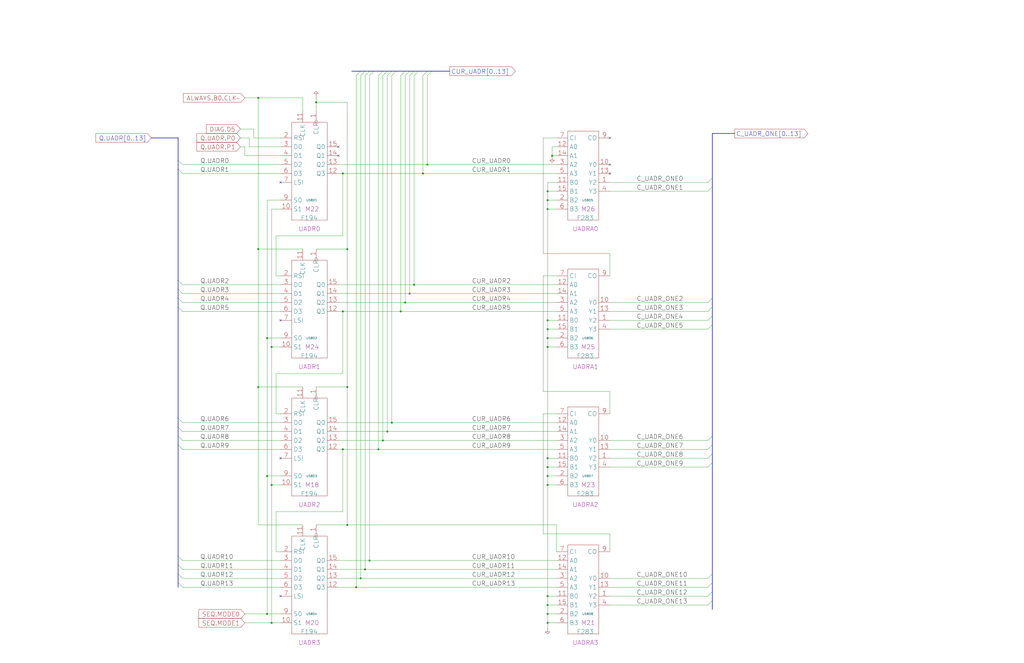
<source format=kicad_sch>
(kicad_sch (version 20250114) (generator "eeschema") (generator_version "9.0")
  (paper "User" 584.2 378.46)
  (title_block (title "CURRENT MACRO ADDRESS") (date "22-MAY-90") (rev "1.0") (comment 1 "SEQUENCER") (comment 2 "232-003064") (comment 3 "S400") (comment 4 "RELEASED"))
  (lib_symbols
    (symbol "r1000:F194" (pin_names (offset 1.016))
      (property "Reference" "U" (at 2.54 5.08 0))
      (property "Value" "F194" (at -3.81 -5.08 0))
      (property "Location" "___" (at -1.27 0 0))
      (property "Name" "______" (at 1.27 -12.7 0))
      (symbol "F194_1_1"
        (rectangle (start -8.89 49.53) (end 11.43 -6.35))
        (circle (center 5.08 50.165) (radius 0.635))
        (pin input line (at -15.24 40.64 0) (length 6.35) (name "RSI") (number "2"))
        (pin input line (at -15.24 35.56 0) (length 6.35) (name "D0") (number "3"))
        (pin input line (at -15.24 30.48 0) (length 6.35) (name "D1") (number "4"))
        (pin input line (at -15.24 25.4 0) (length 6.35) (name "D2") (number "5"))
        (pin input line (at -15.24 20.32 0) (length 6.35) (name "D3") (number "6"))
        (pin input line (at -15.24 15.24 0) (length 6.35) (name "LSI") (number "7"))
        (pin input line (at -15.24 5.08 0) (length 6.35) (name "S0") (number "9"))
        (pin input line (at -15.24 0 0) (length 6.35) (name "S1") (number "10"))
        (pin input line (at -2.54 55.88 270) (length 6.35) (name "CLK") (number "11"))
        (pin input line (at 5.08 55.88 270) (length 5.08) (name "CLR") (number "1"))
        (pin output line (at 17.78 35.56 180) (length 6.35) (name "Q0") (number "15"))
        (pin output line (at 17.78 30.48 180) (length 6.35) (name "Q1") (number "14"))
        (pin output line (at 17.78 25.4 180) (length 6.35) (name "Q2") (number "13"))
        (pin output line (at 17.78 20.32 180) (length 6.35) (name "Q3") (number "12"))
      )
    )
    (symbol "r1000:F283" (pin_names (offset 1.016))
      (property "Reference" "U" (at 2.54 5.08 0))
      (property "Value" "F283" (at -3.81 -5.08 0))
      (property "Location" "___" (at -1.27 0 0))
      (property "Name" "______" (at 1.27 -12.7 0))
      (symbol "F283_1_1"
        (rectangle (start -8.89 44.45) (end 8.89 -6.35))
        (pin input line (at -15.24 40.64 0) (length 6.35) (name "CI") (number "7"))
        (pin input line (at -15.24 35.56 0) (length 6.35) (name "A0") (number "12"))
        (pin input line (at -15.24 30.48 0) (length 6.35) (name "A1") (number "14"))
        (pin input line (at -15.24 25.4 0) (length 6.35) (name "A2") (number "3"))
        (pin input line (at -15.24 20.32 0) (length 6.35) (name "A3") (number "5"))
        (pin input line (at -15.24 15.24 0) (length 6.35) (name "B0") (number "11"))
        (pin input line (at -15.24 10.16 0) (length 6.35) (name "B1") (number "15"))
        (pin input line (at -15.24 5.08 0) (length 6.35) (name "B2") (number "2"))
        (pin input line (at -15.24 0 0) (length 6.35) (name "B3") (number "6"))
        (pin output line (at 15.24 40.64 180) (length 6.35) (name "CO") (number "9"))
        (pin output line (at 15.24 25.4 180) (length 6.35) (name "Y0") (number "10"))
        (pin output line (at 15.24 20.32 180) (length 6.35) (name "Y1") (number "13"))
        (pin output line (at 15.24 15.24 180) (length 6.35) (name "Y2") (number "1"))
        (pin output line (at 15.24 10.16 180) (length 6.35) (name "Y3") (number "4"))
      )
    )
    (symbol "r1000:PD" (power) (pin_numbers (hide yes)) (pin_names (hide yes)) (in_bom no)
      (symbol "PD_0_1"
        (polyline (pts (xy 0 -2.54) (xy 1.27 -2.54) (xy 0 -3.81) (xy -1.27 -2.54) (xy 0 -2.54)) (stroke (width 0.1524)))
      )
      (symbol "PD_1_1"
        (pin power_in line (at 0 0 270) (length 2.54) (name "PD") (number "1"))
      )
    )
    (symbol "r1000:PU" (power) (pin_numbers (hide yes)) (pin_names (hide yes))
      (symbol "PU_0_1"
        (polyline (pts (xy 0 2.54) (xy -1.27 2.54) (xy 0 3.81) (xy 1.27 2.54) (xy 0 2.54)) (stroke (width 0.1524)))
      )
      (symbol "PU_1_1"
        (pin power_in line (at 0 0 90) (length 2.54) (name "PU") (number "1"))
      )
    )
  )
  (junction (at 312.42 261.62))
  (junction (at 152.4 193.04))
  (junction (at 154.94 198.12))
  (junction (at 312.42 119.38))
  (junction (at 312.42 345.44))
  (junction (at 312.42 350.52))
  (junction (at 152.4 271.78))
  (junction (at 203.2 335.28))
  (junction (at 147.32 142.24))
  (junction (at 147.32 55.88))
  (junction (at 152.4 350.52))
  (junction (at 236.22 162.56))
  (junction (at 312.42 266.7))
  (junction (at 312.42 193.04))
  (junction (at 154.94 276.86))
  (junction (at 218.44 251.46))
  (junction (at 195.58 256.54))
  (junction (at 312.42 355.6))
  (junction (at 195.58 99.06))
  (junction (at 314.96 88.9))
  (junction (at 231.14 172.72))
  (junction (at 198.12 142.24))
  (junction (at 312.42 271.78))
  (junction (at 154.94 355.6))
  (junction (at 312.42 114.3))
  (junction (at 312.42 198.12))
  (junction (at 312.42 182.88))
  (junction (at 228.6 177.8))
  (junction (at 215.9 256.54))
  (junction (at 223.52 241.3))
  (junction (at 180.34 58.42))
  (junction (at 210.82 320.04))
  (junction (at 208.28 325.12))
  (junction (at 243.84 93.98))
  (junction (at 312.42 276.86))
  (junction (at 205.74 330.2))
  (junction (at 198.12 299.72))
  (junction (at 241.3 99.06))
  (junction (at 233.68 167.64))
  (junction (at 312.42 109.22))
  (junction (at 220.98 246.38))
  (junction (at 195.58 177.8))
  (junction (at 312.42 187.96))
  (junction (at 147.32 220.98))
  (junction (at 198.12 220.98))
  (junction (at 312.42 340.36))
  (no_connect (at 347.98 78.74))
  (no_connect (at 160.02 340.36))
  (no_connect (at 160.02 261.62))
  (no_connect (at 160.02 182.88))
  (no_connect (at 347.98 93.98))
  (no_connect (at 193.04 88.9))
  (no_connect (at 193.04 83.82))
  (no_connect (at 347.98 99.06))
  (no_connect (at 160.02 104.14))
  (bus_entry (at 231.14 40.64) (size -2.54 2.54))
  (bus_entry (at 406.4 327.66) (size -2.54 2.54))
  (bus_entry (at 233.68 40.64) (size -2.54 2.54))
  (bus_entry (at 406.4 342.9) (size -2.54 2.54))
  (bus_entry (at 101.6 243.84) (size 2.54 2.54))
  (bus_entry (at 101.6 322.58) (size 2.54 2.54))
  (bus_entry (at 218.44 40.64) (size -2.54 2.54))
  (bus_entry (at 101.6 165.1) (size 2.54 2.54))
  (bus_entry (at 406.4 106.68) (size -2.54 2.54))
  (bus_entry (at 236.22 40.64) (size -2.54 2.54))
  (bus_entry (at 406.4 332.74) (size -2.54 2.54))
  (bus_entry (at 406.4 248.92) (size -2.54 2.54))
  (bus_entry (at 226.06 40.64) (size -2.54 2.54))
  (bus_entry (at 101.6 160.02) (size 2.54 2.54))
  (bus_entry (at 406.4 259.08) (size -2.54 2.54))
  (bus_entry (at 220.98 40.64) (size -2.54 2.54))
  (bus_entry (at 101.6 332.74) (size 2.54 2.54))
  (bus_entry (at 223.52 40.64) (size -2.54 2.54))
  (bus_entry (at 101.6 327.66) (size 2.54 2.54))
  (bus_entry (at 406.4 170.18) (size -2.54 2.54))
  (bus_entry (at 213.36 40.64) (size -2.54 2.54))
  (bus_entry (at 406.4 101.6) (size -2.54 2.54))
  (bus_entry (at 101.6 254) (size 2.54 2.54))
  (bus_entry (at 101.6 170.18) (size 2.54 2.54))
  (bus_entry (at 101.6 91.44) (size 2.54 2.54))
  (bus_entry (at 243.84 40.64) (size -2.54 2.54))
  (bus_entry (at 101.6 317.5) (size 2.54 2.54))
  (bus_entry (at 101.6 248.92) (size 2.54 2.54))
  (bus_entry (at 406.4 254) (size -2.54 2.54))
  (bus_entry (at 238.76 40.64) (size -2.54 2.54))
  (bus_entry (at 101.6 238.76) (size 2.54 2.54))
  (bus_entry (at 246.38 40.64) (size -2.54 2.54))
  (bus_entry (at 406.4 264.16) (size -2.54 2.54))
  (bus_entry (at 406.4 175.26) (size -2.54 2.54))
  (bus_entry (at 406.4 337.82) (size -2.54 2.54))
  (bus_entry (at 406.4 180.34) (size -2.54 2.54))
  (bus_entry (at 101.6 96.52) (size 2.54 2.54))
  (bus_entry (at 208.28 40.64) (size -2.54 2.54))
  (bus_entry (at 205.74 40.64) (size -2.54 2.54))
  (bus_entry (at 406.4 185.42) (size -2.54 2.54))
  (bus_entry (at 210.82 40.64) (size -2.54 2.54))
  (bus_entry (at 101.6 175.26) (size 2.54 2.54))
  (wire (pts (xy 157.48 314.96) (xy 160.02 314.96)))
  (bus (pts (xy 213.36 40.64) (xy 218.44 40.64)))
  (wire (pts (xy 312.42 182.88) (xy 312.42 187.96)))
  (wire (pts (xy 233.68 167.64) (xy 317.5 167.64)))
  (bus (pts (xy 406.4 175.26) (xy 406.4 180.34)))
  (wire (pts (xy 193.04 320.04) (xy 210.82 320.04)))
  (wire (pts (xy 210.82 320.04) (xy 317.5 320.04)))
  (wire (pts (xy 195.58 256.54) (xy 195.58 292.1)))
  (wire (pts (xy 157.48 292.1) (xy 157.48 314.96)))
  (bus (pts (xy 231.14 40.64) (xy 233.68 40.64)))
  (wire (pts (xy 104.14 162.56) (xy 160.02 162.56)))
  (wire (pts (xy 193.04 241.3) (xy 223.52 241.3)))
  (bus (pts (xy 101.6 322.58) (xy 101.6 327.66)))
  (wire (pts (xy 231.14 172.72) (xy 317.5 172.72)))
  (bus (pts (xy 101.6 317.5) (xy 101.6 322.58)))
  (bus (pts (xy 86.36 78.74) (xy 101.6 78.74)))
  (wire (pts (xy 154.94 276.86) (xy 154.94 355.6)))
  (wire (pts (xy 147.32 142.24) (xy 172.72 142.24)))
  (wire (pts (xy 231.14 43.18) (xy 231.14 172.72)))
  (wire (pts (xy 312.42 271.78) (xy 317.5 271.78)))
  (wire (pts (xy 312.42 119.38) (xy 317.5 119.38)))
  (wire (pts (xy 347.98 144.78) (xy 347.98 157.48)))
  (bus (pts (xy 238.76 40.64) (xy 243.84 40.64)))
  (wire (pts (xy 215.9 43.18) (xy 215.9 256.54)))
  (wire (pts (xy 347.98 345.44) (xy 403.86 345.44)))
  (wire (pts (xy 147.32 55.88) (xy 147.32 142.24)))
  (bus (pts (xy 101.6 78.74) (xy 101.6 91.44)))
  (bus (pts (xy 406.4 259.08) (xy 406.4 264.16)))
  (wire (pts (xy 157.48 134.62) (xy 157.48 157.48)))
  (wire (pts (xy 312.42 114.3) (xy 317.5 114.3)))
  (wire (pts (xy 137.16 83.82) (xy 139.7 83.82)))
  (bus (pts (xy 101.6 165.1) (xy 101.6 170.18)))
  (wire (pts (xy 104.14 93.98) (xy 160.02 93.98)))
  (wire (pts (xy 309.88 78.74) (xy 309.88 144.78)))
  (wire (pts (xy 223.52 241.3) (xy 317.5 241.3)))
  (bus (pts (xy 101.6 332.74) (xy 101.6 335.28)))
  (wire (pts (xy 157.48 157.48) (xy 160.02 157.48)))
  (wire (pts (xy 347.98 223.52) (xy 309.88 223.52)))
  (wire (pts (xy 180.34 58.42) (xy 198.12 58.42)))
  (wire (pts (xy 154.94 198.12) (xy 160.02 198.12)))
  (wire (pts (xy 312.42 266.7) (xy 317.5 266.7)))
  (wire (pts (xy 347.98 182.88) (xy 403.86 182.88)))
  (wire (pts (xy 180.34 299.72) (xy 198.12 299.72)))
  (wire (pts (xy 309.88 223.52) (xy 309.88 157.48)))
  (wire (pts (xy 205.74 43.18) (xy 205.74 330.2)))
  (bus (pts (xy 243.84 40.64) (xy 246.38 40.64)))
  (wire (pts (xy 195.58 292.1) (xy 157.48 292.1)))
  (wire (pts (xy 312.42 114.3) (xy 312.42 109.22)))
  (bus (pts (xy 101.6 170.18) (xy 101.6 175.26)))
  (bus (pts (xy 210.82 40.64) (xy 213.36 40.64)))
  (bus (pts (xy 218.44 40.64) (xy 220.98 40.64)))
  (wire (pts (xy 137.16 73.66) (xy 144.78 73.66)))
  (wire (pts (xy 193.04 246.38) (xy 220.98 246.38)))
  (wire (pts (xy 317.5 299.72) (xy 317.5 314.96)))
  (wire (pts (xy 142.24 83.82) (xy 160.02 83.82)))
  (wire (pts (xy 347.98 109.22) (xy 403.86 109.22)))
  (bus (pts (xy 220.98 40.64) (xy 223.52 40.64)))
  (wire (pts (xy 172.72 55.88) (xy 172.72 63.5)))
  (wire (pts (xy 160.02 114.3) (xy 152.4 114.3)))
  (bus (pts (xy 101.6 91.44) (xy 101.6 96.52)))
  (wire (pts (xy 152.4 193.04) (xy 152.4 271.78)))
  (wire (pts (xy 104.14 167.64) (xy 160.02 167.64)))
  (wire (pts (xy 147.32 142.24) (xy 147.32 220.98)))
  (wire (pts (xy 233.68 43.18) (xy 233.68 167.64)))
  (wire (pts (xy 317.5 182.88) (xy 312.42 182.88)))
  (wire (pts (xy 193.04 172.72) (xy 231.14 172.72)))
  (wire (pts (xy 198.12 142.24) (xy 180.34 142.24)))
  (wire (pts (xy 193.04 93.98) (xy 243.84 93.98)))
  (wire (pts (xy 205.74 330.2) (xy 317.5 330.2)))
  (wire (pts (xy 147.32 220.98) (xy 147.32 299.72)))
  (wire (pts (xy 104.14 251.46) (xy 160.02 251.46)))
  (wire (pts (xy 312.42 187.96) (xy 317.5 187.96)))
  (bus (pts (xy 208.28 40.64) (xy 210.82 40.64)))
  (wire (pts (xy 104.14 99.06) (xy 160.02 99.06)))
  (wire (pts (xy 243.84 43.18) (xy 243.84 93.98)))
  (wire (pts (xy 317.5 261.62) (xy 312.42 261.62)))
  (bus (pts (xy 406.4 106.68) (xy 406.4 170.18)))
  (bus (pts (xy 406.4 264.16) (xy 406.4 327.66)))
  (bus (pts (xy 101.6 238.76) (xy 101.6 243.84)))
  (bus (pts (xy 205.74 40.64) (xy 208.28 40.64)))
  (wire (pts (xy 104.14 256.54) (xy 160.02 256.54)))
  (wire (pts (xy 241.3 43.18) (xy 241.3 99.06)))
  (wire (pts (xy 193.04 335.28) (xy 203.2 335.28)))
  (wire (pts (xy 312.42 182.88) (xy 312.42 119.38)))
  (wire (pts (xy 347.98 187.96) (xy 403.86 187.96)))
  (wire (pts (xy 228.6 43.18) (xy 228.6 177.8)))
  (wire (pts (xy 243.84 93.98) (xy 317.5 93.98)))
  (wire (pts (xy 198.12 58.42) (xy 198.12 142.24)))
  (wire (pts (xy 193.04 256.54) (xy 195.58 256.54)))
  (wire (pts (xy 152.4 271.78) (xy 152.4 350.52)))
  (wire (pts (xy 139.7 88.9) (xy 160.02 88.9)))
  (wire (pts (xy 160.02 119.38) (xy 154.94 119.38)))
  (bus (pts (xy 406.4 337.82) (xy 406.4 342.9)))
  (wire (pts (xy 236.22 43.18) (xy 236.22 162.56)))
  (wire (pts (xy 195.58 213.36) (xy 157.48 213.36)))
  (bus (pts (xy 406.4 342.9) (xy 406.4 347.98)))
  (bus (pts (xy 101.6 248.92) (xy 101.6 254)))
  (wire (pts (xy 312.42 266.7) (xy 312.42 271.78)))
  (wire (pts (xy 312.42 198.12) (xy 317.5 198.12)))
  (wire (pts (xy 347.98 256.54) (xy 403.86 256.54)))
  (wire (pts (xy 193.04 330.2) (xy 205.74 330.2)))
  (wire (pts (xy 312.42 355.6) (xy 317.5 355.6)))
  (bus (pts (xy 406.4 332.74) (xy 406.4 337.82)))
  (wire (pts (xy 347.98 236.22) (xy 347.98 223.52)))
  (wire (pts (xy 347.98 261.62) (xy 403.86 261.62)))
  (wire (pts (xy 154.94 119.38) (xy 154.94 198.12)))
  (wire (pts (xy 195.58 134.62) (xy 157.48 134.62)))
  (wire (pts (xy 220.98 43.18) (xy 220.98 246.38)))
  (wire (pts (xy 193.04 167.64) (xy 233.68 167.64)))
  (bus (pts (xy 101.6 327.66) (xy 101.6 332.74)))
  (wire (pts (xy 152.4 114.3) (xy 152.4 193.04)))
  (bus (pts (xy 236.22 40.64) (xy 238.76 40.64)))
  (wire (pts (xy 104.14 330.2) (xy 160.02 330.2)))
  (wire (pts (xy 312.42 193.04) (xy 312.42 198.12)))
  (wire (pts (xy 347.98 340.36) (xy 403.86 340.36)))
  (wire (pts (xy 309.88 144.78) (xy 347.98 144.78)))
  (wire (pts (xy 198.12 299.72) (xy 317.5 299.72)))
  (wire (pts (xy 104.14 177.8) (xy 160.02 177.8)))
  (bus (pts (xy 233.68 40.64) (xy 236.22 40.64)))
  (wire (pts (xy 154.94 355.6) (xy 160.02 355.6)))
  (wire (pts (xy 228.6 177.8) (xy 317.5 177.8)))
  (wire (pts (xy 309.88 304.8) (xy 309.88 236.22)))
  (wire (pts (xy 317.5 340.36) (xy 312.42 340.36)))
  (wire (pts (xy 195.58 177.8) (xy 228.6 177.8)))
  (bus (pts (xy 406.4 185.42) (xy 406.4 248.92)))
  (wire (pts (xy 144.78 78.74) (xy 144.78 73.66)))
  (wire (pts (xy 347.98 304.8) (xy 309.88 304.8)))
  (wire (pts (xy 154.94 276.86) (xy 160.02 276.86)))
  (wire (pts (xy 203.2 335.28) (xy 317.5 335.28)))
  (wire (pts (xy 152.4 193.04) (xy 160.02 193.04)))
  (wire (pts (xy 198.12 220.98) (xy 198.12 299.72)))
  (wire (pts (xy 220.98 246.38) (xy 317.5 246.38)))
  (wire (pts (xy 210.82 43.18) (xy 210.82 320.04)))
  (wire (pts (xy 312.42 271.78) (xy 312.42 276.86)))
  (wire (pts (xy 347.98 177.8) (xy 403.86 177.8)))
  (wire (pts (xy 139.7 55.88) (xy 147.32 55.88)))
  (wire (pts (xy 312.42 104.14) (xy 317.5 104.14)))
  (wire (pts (xy 223.52 43.18) (xy 223.52 241.3)))
  (bus (pts (xy 101.6 160.02) (xy 101.6 165.1)))
  (wire (pts (xy 104.14 172.72) (xy 160.02 172.72)))
  (wire (pts (xy 314.96 88.9) (xy 317.5 88.9)))
  (wire (pts (xy 139.7 88.9) (xy 139.7 83.82)))
  (wire (pts (xy 208.28 43.18) (xy 208.28 325.12)))
  (bus (pts (xy 101.6 243.84) (xy 101.6 248.92)))
  (bus (pts (xy 406.4 327.66) (xy 406.4 332.74)))
  (bus (pts (xy 406.4 76.2) (xy 406.4 101.6)))
  (wire (pts (xy 347.98 335.28) (xy 403.86 335.28)))
  (wire (pts (xy 312.42 350.52) (xy 312.42 355.6)))
  (wire (pts (xy 215.9 256.54) (xy 317.5 256.54)))
  (wire (pts (xy 347.98 330.2) (xy 403.86 330.2)))
  (bus (pts (xy 223.52 40.64) (xy 226.06 40.64)))
  (wire (pts (xy 312.42 261.62) (xy 312.42 266.7)))
  (wire (pts (xy 312.42 198.12) (xy 312.42 261.62)))
  (wire (pts (xy 198.12 142.24) (xy 198.12 220.98)))
  (wire (pts (xy 347.98 251.46) (xy 403.86 251.46)))
  (wire (pts (xy 218.44 251.46) (xy 317.5 251.46)))
  (wire (pts (xy 317.5 78.74) (xy 309.88 78.74)))
  (wire (pts (xy 312.42 355.6) (xy 312.42 358.14)))
  (bus (pts (xy 101.6 96.52) (xy 101.6 160.02)))
  (wire (pts (xy 180.34 220.98) (xy 198.12 220.98)))
  (bus (pts (xy 101.6 254) (xy 101.6 317.5)))
  (bus (pts (xy 406.4 248.92) (xy 406.4 254)))
  (wire (pts (xy 157.48 236.22) (xy 160.02 236.22)))
  (wire (pts (xy 312.42 350.52) (xy 317.5 350.52)))
  (wire (pts (xy 347.98 266.7) (xy 403.86 266.7)))
  (wire (pts (xy 218.44 43.18) (xy 218.44 251.46)))
  (wire (pts (xy 180.34 55.88) (xy 180.34 58.42)))
  (wire (pts (xy 312.42 119.38) (xy 312.42 114.3)))
  (wire (pts (xy 309.88 236.22) (xy 317.5 236.22)))
  (wire (pts (xy 312.42 276.86) (xy 312.42 340.36)))
  (wire (pts (xy 347.98 104.14) (xy 403.86 104.14)))
  (wire (pts (xy 208.28 325.12) (xy 317.5 325.12)))
  (bus (pts (xy 406.4 254) (xy 406.4 259.08)))
  (wire (pts (xy 195.58 177.8) (xy 195.58 213.36)))
  (wire (pts (xy 104.14 241.3) (xy 160.02 241.3)))
  (wire (pts (xy 193.04 162.56) (xy 236.22 162.56)))
  (wire (pts (xy 312.42 193.04) (xy 317.5 193.04)))
  (wire (pts (xy 193.04 325.12) (xy 208.28 325.12)))
  (wire (pts (xy 193.04 251.46) (xy 218.44 251.46)))
  (wire (pts (xy 312.42 276.86) (xy 317.5 276.86)))
  (wire (pts (xy 195.58 99.06) (xy 195.58 134.62)))
  (wire (pts (xy 193.04 177.8) (xy 195.58 177.8)))
  (wire (pts (xy 139.7 355.6) (xy 154.94 355.6)))
  (wire (pts (xy 104.14 325.12) (xy 160.02 325.12)))
  (bus (pts (xy 246.38 40.64) (xy 256.54 40.64)))
  (wire (pts (xy 241.3 99.06) (xy 317.5 99.06)))
  (wire (pts (xy 180.34 58.42) (xy 180.34 63.5)))
  (bus (pts (xy 226.06 40.64) (xy 231.14 40.64)))
  (wire (pts (xy 142.24 78.74) (xy 142.24 83.82)))
  (wire (pts (xy 144.78 78.74) (xy 160.02 78.74)))
  (wire (pts (xy 203.2 43.18) (xy 203.2 335.28)))
  (wire (pts (xy 236.22 162.56) (xy 317.5 162.56)))
  (wire (pts (xy 104.14 246.38) (xy 160.02 246.38)))
  (wire (pts (xy 104.14 335.28) (xy 160.02 335.28)))
  (bus (pts (xy 406.4 101.6) (xy 406.4 106.68)))
  (bus (pts (xy 101.6 175.26) (xy 101.6 238.76)))
  (wire (pts (xy 314.96 83.82) (xy 314.96 88.9)))
  (wire (pts (xy 312.42 109.22) (xy 312.42 104.14)))
  (wire (pts (xy 347.98 314.96) (xy 347.98 304.8)))
  (wire (pts (xy 347.98 172.72) (xy 403.86 172.72)))
  (wire (pts (xy 152.4 271.78) (xy 160.02 271.78)))
  (wire (pts (xy 147.32 299.72) (xy 172.72 299.72)))
  (wire (pts (xy 137.16 78.74) (xy 142.24 78.74)))
  (bus (pts (xy 406.4 76.2) (xy 419.1 76.2)))
  (wire (pts (xy 152.4 350.52) (xy 160.02 350.52)))
  (wire (pts (xy 157.48 213.36) (xy 157.48 236.22)))
  (wire (pts (xy 312.42 187.96) (xy 312.42 193.04)))
  (wire (pts (xy 139.7 350.52) (xy 152.4 350.52)))
  (wire (pts (xy 147.32 55.88) (xy 172.72 55.88)))
  (wire (pts (xy 195.58 99.06) (xy 241.3 99.06)))
  (wire (pts (xy 147.32 220.98) (xy 172.72 220.98)))
  (wire (pts (xy 104.14 320.04) (xy 160.02 320.04)))
  (bus (pts (xy 200.66 40.64) (xy 205.74 40.64)))
  (wire (pts (xy 312.42 345.44) (xy 317.5 345.44)))
  (wire (pts (xy 193.04 99.06) (xy 195.58 99.06)))
  (wire (pts (xy 312.42 109.22) (xy 317.5 109.22)))
  (wire (pts (xy 312.42 345.44) (xy 312.42 350.52)))
  (bus (pts (xy 406.4 180.34) (xy 406.4 185.42)))
  (bus (pts (xy 406.4 170.18) (xy 406.4 175.26)))
  (wire (pts (xy 312.42 340.36) (xy 312.42 345.44)))
  (wire (pts (xy 309.88 157.48) (xy 317.5 157.48)))
  (wire (pts (xy 195.58 256.54) (xy 215.9 256.54)))
  (wire (pts (xy 317.5 83.82) (xy 314.96 83.82)))
  (wire (pts (xy 154.94 198.12) (xy 154.94 276.86)))
  (label "C_UADR_ONE2" (at 363.22 172.72 0) (effects (font (size 2.54 2.54))))
  (label "Q.UADR6" (at 114.3 241.3 0) (effects (font (size 2.54 2.54))))
  (label "CUR_UADR3" (at 269.24 167.64 0) (effects (font (size 2.54 2.54))))
  (label "C_UADR_ONE3" (at 363.22 177.8 0) (effects (font (size 2.54 2.54))))
  (label "Q.UADR0" (at 114.3 93.98 0) (effects (font (size 2.54 2.54))))
  (label "C_UADR_ONE7" (at 363.22 256.54 0) (effects (font (size 2.54 2.54))))
  (label "C_UADR_ONE6" (at 363.22 251.46 0) (effects (font (size 2.54 2.54))))
  (label "C_UADR_ONE0" (at 363.22 104.14 0) (effects (font (size 2.54 2.54))))
  (label "CUR_UADR9" (at 269.24 256.54 0) (effects (font (size 2.54 2.54))))
  (label "C_UADR_ONE8" (at 363.22 261.62 0) (effects (font (size 2.54 2.54))))
  (label "C_UADR_ONE4" (at 363.22 182.88 0) (effects (font (size 2.54 2.54))))
  (label "C_UADR_ONE5" (at 363.22 187.96 0) (effects (font (size 2.54 2.54))))
  (label "Q.UADR4" (at 114.3 172.72 0) (effects (font (size 2.54 2.54))))
  (label "CUR_UADR12" (at 269.24 330.2 0) (effects (font (size 2.54 2.54))))
  (label "CUR_UADR5" (at 269.24 177.8 0) (effects (font (size 2.54 2.54))))
  (label "Q.UADR10" (at 114.3 320.04 0) (effects (font (size 2.54 2.54))))
  (label "C_UADR_ONE1" (at 363.22 109.22 0) (effects (font (size 2.54 2.54))))
  (label "CUR_UADR8" (at 269.24 251.46 0) (effects (font (size 2.54 2.54))))
  (label "Q.UADR1" (at 114.3 99.06 0) (effects (font (size 2.54 2.54))))
  (label "CUR_UADR4" (at 269.24 172.72 0) (effects (font (size 2.54 2.54))))
  (label "Q.UADR12" (at 114.3 330.2 0) (effects (font (size 2.54 2.54))))
  (label "CUR_UADR13" (at 269.24 335.28 0) (effects (font (size 2.54 2.54))))
  (label "CUR_UADR11" (at 269.24 325.12 0) (effects (font (size 2.54 2.54))))
  (label "Q.UADR9" (at 114.3 256.54 0) (effects (font (size 2.54 2.54))))
  (label "Q.UADR13" (at 114.3 335.28 0) (effects (font (size 2.54 2.54))))
  (label "CUR_UADR0" (at 269.24 93.98 0) (effects (font (size 2.54 2.54))))
  (label "Q.UADR5" (at 114.3 177.8 0) (effects (font (size 2.54 2.54))))
  (label "CUR_UADR6" (at 269.24 241.3 0) (effects (font (size 2.54 2.54))))
  (label "C_UADR_ONE12" (at 363.22 340.36 0) (effects (font (size 2.54 2.54))))
  (label "C_UADR_ONE9" (at 363.22 266.7 0) (effects (font (size 2.54 2.54))))
  (label "CUR_UADR2" (at 269.24 162.56 0) (effects (font (size 2.54 2.54))))
  (label "Q.UADR3" (at 114.3 167.64 0) (effects (font (size 2.54 2.54))))
  (label "C_UADR_ONE10" (at 363.22 330.2 0) (effects (font (size 2.54 2.54))))
  (label "Q.UADR8" (at 114.3 251.46 0) (effects (font (size 2.54 2.54))))
  (label "CUR_UADR10" (at 269.24 320.04 0) (effects (font (size 2.54 2.54))))
  (label "C_UADR_ONE11" (at 363.22 335.28 0) (effects (font (size 2.54 2.54))))
  (label "Q.UADR11" (at 114.3 325.12 0) (effects (font (size 2.54 2.54))))
  (label "CUR_UADR7" (at 269.24 246.38 0) (effects (font (size 2.54 2.54))))
  (label "C_UADR_ONE13" (at 363.22 345.44 0) (effects (font (size 2.54 2.54))))
  (label "CUR_UADR1" (at 269.24 99.06 0) (effects (font (size 2.54 2.54))))
  (label "Q.UADR2" (at 114.3 162.56 0) (effects (font (size 2.54 2.54))))
  (label "Q.UADR7" (at 114.3 246.38 0) (effects (font (size 2.54 2.54))))
  (global_label "SEQ.MODE0" (shape input) (at 139.7 350.52 180) (effects (font (size 2.54 2.54))) (property "Intersheetrefs" "${INTERSHEET_REFS}" (at 113.4654 350.3613 0) (effects (font (size 1.905 1.905)) (justify right))))
  (global_label "ALWAYS.B0.CLK~" (shape input) (at 139.7 55.88 180) (effects (font (size 2.54 2.54))) (property "Intersheetrefs" "${INTERSHEET_REFS}" (at 104.6359 55.7213 0) (effects (font (size 1.905 1.905)) (justify right))))
  (global_label "Q.UADR.P1" (shape input) (at 137.16 83.82 180) (effects (font (size 2.54 2.54))) (property "Intersheetrefs" "${INTERSHEET_REFS}" (at 112.3769 83.6613 0) (effects (font (size 1.905 1.905)) (justify right))))
  (global_label "C_UADR_ONE[0..13]" (shape output) (at 419.1 76.2 0) (effects (font (size 2.54 2.54))) (property "Intersheetrefs" "${INTERSHEET_REFS}" (at 460.9374 76.0413 0) (effects (font (size 1.905 1.905)) (justify left))))
  (global_label "CUR_UADR[0..13]" (shape output) (at 256.54 40.64 0) (effects (font (size 2.54 2.54))) (property "Intersheetrefs" "${INTERSHEET_REFS}" (at 294.0231 40.4813 0) (effects (font (size 1.905 1.905)) (justify left))))
  (global_label "DIAG.D5" (shape input) (at 137.16 73.66 180) (effects (font (size 2.54 2.54))) (property "Intersheetrefs" "${INTERSHEET_REFS}" (at 117.6988 73.5013 0) (effects (font (size 1.905 1.905)) (justify right))))
  (global_label "Q.UADR[0..13]" (shape input) (at 86.36 78.74 180) (effects (font (size 2.54 2.54))) (property "Intersheetrefs" "${INTERSHEET_REFS}" (at 54.6826 78.5813 0) (effects (font (size 1.905 1.905)) (justify right))))
  (global_label "Q.UADR.P0" (shape input) (at 137.16 78.74 180) (effects (font (size 2.54 2.54))) (property "Intersheetrefs" "${INTERSHEET_REFS}" (at 112.3769 78.5813 0) (effects (font (size 1.905 1.905)) (justify right))))
  (global_label "SEQ.MODE1" (shape input) (at 139.7 355.6 180) (effects (font (size 2.54 2.54))) (property "Intersheetrefs" "${INTERSHEET_REFS}" (at 113.4654 355.4413 0) (effects (font (size 1.905 1.905)) (justify right))))
  (symbol (lib_id "r1000:F194") (at 175.26 355.6 0) (unit 1)
    (property "Reference" "U5804" (at 177.8 350.52 0))
    (property "Value" "F194" (at 171.45 360.68 0) (effects (font (size 2.54 2.54)) (justify left)))
    (property "Location" "M20" (at 173.99 355.6 0) (effects (font (size 2.54 2.54)) (justify left)))
    (property "Name" "UADR3" (at 176.53 368.3 0) (effects (font (size 2.54 2.54)) (justify bottom)))
  )
  (symbol (lib_id "r1000:PD") (at 312.42 358.14 0) (unit 1) (in_bom no)
    (property "Reference" "#PWR0124" (effects (hide yes)))
    (property "Value" "PD" (effects (hide yes)))
  )
  (symbol (lib_id "r1000:F283") (at 332.74 119.38 0) (unit 1)
    (property "Reference" "U5805" (at 335.28 114.3 0))
    (property "Value" "F283" (at 328.93 124.46 0) (effects (font (size 2.54 2.54)) (justify left)))
    (property "Location" "M26" (at 331.47 119.38 0) (effects (font (size 2.54 2.54)) (justify left)))
    (property "Name" "UADRA0" (at 334.01 132.08 0) (effects (font (size 2.54 2.54)) (justify bottom)))
  )
  (symbol (lib_id "r1000:F194") (at 175.26 119.38 0) (unit 1)
    (property "Reference" "U5801" (at 177.8 114.3 0))
    (property "Value" "F194" (at 171.45 124.46 0) (effects (font (size 2.54 2.54)) (justify left)))
    (property "Location" "M22" (at 173.99 119.38 0) (effects (font (size 2.54 2.54)) (justify left)))
    (property "Name" "UADR0" (at 176.53 132.08 0) (effects (font (size 2.54 2.54)) (justify bottom)))
  )
  (symbol (lib_id "r1000:F194") (at 175.26 276.86 0) (unit 1)
    (property "Reference" "U5803" (at 177.8 271.78 0))
    (property "Value" "F194" (at 171.45 281.94 0) (effects (font (size 2.54 2.54)) (justify left)))
    (property "Location" "M18" (at 173.99 276.86 0) (effects (font (size 2.54 2.54)) (justify left)))
    (property "Name" "UADR2" (at 176.53 289.56 0) (effects (font (size 2.54 2.54)) (justify bottom)))
  )
  (symbol (lib_id "r1000:PD") (at 314.96 88.9 0) (unit 1) (in_bom no)
    (property "Reference" "#PWR05802" (effects (hide yes)))
    (property "Value" "PD" (effects (hide yes)))
  )
  (symbol (lib_id "r1000:F283") (at 332.74 355.6 0) (unit 1)
    (property "Reference" "U5808" (at 335.28 350.52 0))
    (property "Value" "F283" (at 328.93 360.68 0) (effects (font (size 2.54 2.54)) (justify left)))
    (property "Location" "M21" (at 331.47 355.6 0) (effects (font (size 2.54 2.54)) (justify left)))
    (property "Name" "UADRA3" (at 334.01 368.3 0) (effects (font (size 2.54 2.54)) (justify bottom)))
  )
  (symbol (lib_id "r1000:PU") (at 180.34 55.88 0) (unit 1)
    (property "Reference" "#PWR05801" (effects (hide yes)))
    (property "Value" "PU" (effects (hide yes)))
  )
  (symbol (lib_id "r1000:F283") (at 332.74 276.86 0) (unit 1)
    (property "Reference" "U5807" (at 335.28 271.78 0))
    (property "Value" "F283" (at 328.93 281.94 0) (effects (font (size 2.54 2.54)) (justify left)))
    (property "Location" "M23" (at 331.47 276.86 0) (effects (font (size 2.54 2.54)) (justify left)))
    (property "Name" "UADRA2" (at 334.01 289.56 0) (effects (font (size 2.54 2.54)) (justify bottom)))
  )
  (symbol (lib_id "r1000:F283") (at 332.74 198.12 0) (unit 1)
    (property "Reference" "U5806" (at 335.28 193.04 0))
    (property "Value" "F283" (at 328.93 203.2 0) (effects (font (size 2.54 2.54)) (justify left)))
    (property "Location" "M25" (at 331.47 198.12 0) (effects (font (size 2.54 2.54)) (justify left)))
    (property "Name" "UADRA1" (at 334.01 210.82 0) (effects (font (size 2.54 2.54)) (justify bottom)))
  )
  (symbol (lib_id "r1000:F194") (at 175.26 198.12 0) (unit 1)
    (property "Reference" "U5802" (at 177.8 193.04 0))
    (property "Value" "F194" (at 171.45 203.2 0) (effects (font (size 2.54 2.54)) (justify left)))
    (property "Location" "M24" (at 173.99 198.12 0) (effects (font (size 2.54 2.54)) (justify left)))
    (property "Name" "UADR1" (at 176.53 210.82 0) (effects (font (size 2.54 2.54)) (justify bottom)))
  )
)
</source>
